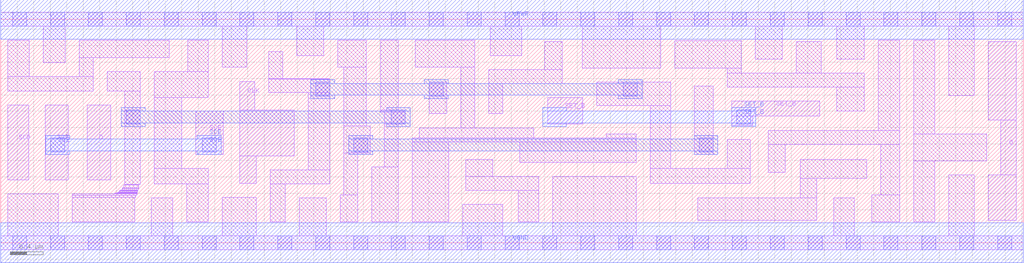
<source format=lef>
# Copyright 2020 The SkyWater PDK Authors
#
# Licensed under the Apache License, Version 2.0 (the "License");
# you may not use this file except in compliance with the License.
# You may obtain a copy of the License at
#
#     https://www.apache.org/licenses/LICENSE-2.0
#
# Unless required by applicable law or agreed to in writing, software
# distributed under the License is distributed on an "AS IS" BASIS,
# WITHOUT WARRANTIES OR CONDITIONS OF ANY KIND, either express or implied.
# See the License for the specific language governing permissions and
# limitations under the License.
#
# SPDX-License-Identifier: Apache-2.0

VERSION 5.7 ;
  NAMESCASESENSITIVE ON ;
  NOWIREEXTENSIONATPIN ON ;
  DIVIDERCHAR "/" ;
  BUSBITCHARS "[]" ;
UNITS
  DATABASE MICRONS 200 ;
END UNITS
MACRO sky130_fd_sc_hd__sdfstp_1
  CLASS CORE ;
  SOURCE USER ;
  FOREIGN sky130_fd_sc_hd__sdfstp_1 ;
  ORIGIN  0.000000  0.000000 ;
  SIZE  12.42000 BY  2.720000 ;
  SYMMETRY X Y R90 ;
  SITE unithd ;
  PIN D
    ANTENNAGATEAREA  0.159000 ;
    DIRECTION INPUT ;
    USE SIGNAL ;
    PORT
      LAYER li1 ;
        RECT 1.050000 0.765000 1.335000 1.675000 ;
    END
  END D
  PIN Q
    ANTENNADIFFAREA  0.429000 ;
    DIRECTION OUTPUT ;
    USE SIGNAL ;
    PORT
      LAYER li1 ;
        RECT 11.995000 0.275000 12.335000 0.825000 ;
        RECT 11.995000 1.495000 12.335000 2.450000 ;
        RECT 12.145000 0.825000 12.335000 1.495000 ;
    END
  END Q
  PIN SCD
    ANTENNAGATEAREA  0.159000 ;
    DIRECTION INPUT ;
    USE SIGNAL ;
    PORT
      LAYER li1 ;
        RECT 0.085000 0.765000 0.340000 1.675000 ;
    END
  END SCD
  PIN SCE
    ANTENNAGATEAREA  0.318000 ;
    DIRECTION INPUT ;
    USE SIGNAL ;
    PORT
      LAYER li1 ;
        RECT 0.540000 0.765000 0.820000 1.675000 ;
      LAYER mcon ;
        RECT 0.605000 1.105000 0.775000 1.275000 ;
    END
    PORT
      LAYER li1 ;
        RECT 2.370000 1.075000 2.700000 1.600000 ;
      LAYER mcon ;
        RECT 2.445000 1.105000 2.615000 1.275000 ;
    END
    PORT
      LAYER met1 ;
        RECT 0.545000 1.075000 0.835000 1.120000 ;
        RECT 0.545000 1.120000 2.675000 1.260000 ;
        RECT 0.545000 1.260000 0.835000 1.305000 ;
        RECT 2.385000 1.075000 2.675000 1.120000 ;
        RECT 2.385000 1.260000 2.675000 1.305000 ;
    END
  END SCE
  PIN SET_B
    ANTENNAGATEAREA  0.252000 ;
    DIRECTION INPUT ;
    USE SIGNAL ;
    PORT
      LAYER li1 ;
        RECT 6.640000 1.445000 7.065000 1.765000 ;
    END
    PORT
      LAYER li1 ;
        RECT 8.880000 1.425000 9.135000 1.545000 ;
        RECT 8.880000 1.545000 9.945000 1.725000 ;
      LAYER mcon ;
        RECT 8.940000 1.445000 9.110000 1.615000 ;
    END
    PORT
      LAYER met1 ;
        RECT 6.580000 1.415000 6.870000 1.460000 ;
        RECT 6.580000 1.460000 9.170000 1.600000 ;
        RECT 6.580000 1.600000 6.870000 1.645000 ;
        RECT 8.880000 1.415000 9.170000 1.460000 ;
        RECT 8.880000 1.600000 9.170000 1.645000 ;
    END
  END SET_B
  PIN CLK
    ANTENNAGATEAREA  0.159000 ;
    DIRECTION INPUT ;
    USE CLOCK ;
    PORT
      LAYER li1 ;
        RECT 2.905000 0.725000 3.100000 1.055000 ;
        RECT 2.905000 1.055000 3.565000 1.615000 ;
        RECT 2.905000 1.615000 3.085000 1.960000 ;
    END
  END CLK
  PIN VGND
    DIRECTION INOUT ;
    SHAPE ABUTMENT ;
    USE GROUND ;
    PORT
      LAYER met1 ;
        RECT 0.000000 -0.240000 12.420000 0.240000 ;
    END
  END VGND
  PIN VPWR
    DIRECTION INOUT ;
    SHAPE ABUTMENT ;
    USE POWER ;
    PORT
      LAYER met1 ;
        RECT 0.000000 2.480000 12.420000 2.960000 ;
    END
  END VPWR
  OBS
    LAYER li1 ;
      RECT  0.000000 -0.085000 12.420000 0.085000 ;
      RECT  0.000000  2.635000 12.420000 2.805000 ;
      RECT  0.085000  0.085000  0.700000 0.595000 ;
      RECT  0.085000  1.845000  1.125000 2.025000 ;
      RECT  0.085000  2.025000  0.345000 2.465000 ;
      RECT  0.515000  2.195000  0.785000 2.635000 ;
      RECT  0.870000  0.255000  1.625000 0.555000 ;
      RECT  0.870000  0.555000  1.640000 0.575000 ;
      RECT  0.870000  0.575000  1.650000 0.595000 ;
      RECT  0.955000  2.025000  1.125000 2.255000 ;
      RECT  0.955000  2.255000  2.045000 2.465000 ;
      RECT  1.295000  1.845000  1.695000 2.085000 ;
      RECT  1.380000  0.595000  1.660000 0.600000 ;
      RECT  1.395000  0.600000  1.660000 0.605000 ;
      RECT  1.405000  0.605000  1.660000 0.610000 ;
      RECT  1.420000  0.610000  1.660000 0.615000 ;
      RECT  1.430000  0.615000  1.660000 0.620000 ;
      RECT  1.440000  0.620000  1.665000 0.630000 ;
      RECT  1.445000  0.630000  1.665000 0.635000 ;
      RECT  1.460000  0.635000  1.665000 0.645000 ;
      RECT  1.475000  0.645000  1.670000 0.660000 ;
      RECT  1.475000  0.660000  1.675000 0.665000 ;
      RECT  1.495000  0.665000  1.675000 0.705000 ;
      RECT  1.505000  0.705000  1.675000 0.710000 ;
      RECT  1.505000  0.710000  1.695000 1.845000 ;
      RECT  1.825000  0.085000  2.090000 0.545000 ;
      RECT  1.865000  0.715000  2.520000 0.905000 ;
      RECT  1.865000  0.905000  2.200000 1.770000 ;
      RECT  1.865000  1.770000  2.520000 2.085000 ;
      RECT  2.260000  0.255000  2.520000 0.715000 ;
      RECT  2.270000  2.085000  2.520000 2.465000 ;
      RECT  2.690000  0.085000  3.100000 0.555000 ;
      RECT  2.690000  2.140000  2.985000 2.635000 ;
      RECT  3.255000  1.830000  3.995000 1.990000 ;
      RECT  3.255000  1.990000  3.985000 2.000000 ;
      RECT  3.255000  2.000000  3.425000 2.325000 ;
      RECT  3.270000  0.255000  3.455000 0.715000 ;
      RECT  3.270000  0.715000  3.995000 0.885000 ;
      RECT  3.595000  2.275000  3.925000 2.635000 ;
      RECT  3.625000  0.085000  3.955000 0.545000 ;
      RECT  3.735000  0.885000  3.995000 1.830000 ;
      RECT  4.095000  2.135000  4.440000 2.465000 ;
      RECT  4.125000  0.255000  4.335000 0.585000 ;
      RECT  4.165000  0.585000  4.335000 1.090000 ;
      RECT  4.165000  1.090000  4.490000 1.420000 ;
      RECT  4.165000  1.420000  4.440000 2.135000 ;
      RECT  4.505000  0.255000  4.830000 0.920000 ;
      RECT  4.615000  1.590000  4.915000 1.615000 ;
      RECT  4.615000  1.615000  4.830000 2.465000 ;
      RECT  4.660000  0.920000  4.830000 1.445000 ;
      RECT  4.660000  1.445000  4.915000 1.590000 ;
      RECT  5.000000  0.255000  5.440000 1.225000 ;
      RECT  5.000000  1.225000  7.715000 1.275000 ;
      RECT  5.035000  2.135000  5.755000 2.465000 ;
      RECT  5.085000  1.275000  6.475000 1.395000 ;
      RECT  5.205000  1.575000  5.415000 1.955000 ;
      RECT  5.585000  1.395000  5.755000 2.135000 ;
      RECT  5.610000  0.085000  6.095000 0.465000 ;
      RECT  5.645000  0.635000  6.535000 0.805000 ;
      RECT  5.645000  0.805000  5.975000 1.015000 ;
      RECT  5.925000  1.575000  6.095000 1.935000 ;
      RECT  5.925000  1.935000  6.820000 2.105000 ;
      RECT  5.945000  2.275000  6.330000 2.635000 ;
      RECT  6.285000  0.255000  6.535000 0.635000 ;
      RECT  6.305000  0.975000  7.715000 1.225000 ;
      RECT  6.605000  2.105000  6.820000 2.450000 ;
      RECT  6.705000  0.085000  7.715000 0.805000 ;
      RECT  7.060000  2.125000  8.015000 2.635000 ;
      RECT  7.235000  1.670000  8.135000 1.955000 ;
      RECT  7.355000  1.275000  7.715000 1.325000 ;
      RECT  7.885000  0.720000  9.105000 0.905000 ;
      RECT  7.885000  0.905000  8.135000 1.670000 ;
      RECT  8.185000  2.125000  8.990000 2.460000 ;
      RECT  8.425000  1.075000  8.650000 1.905000 ;
      RECT  8.465000  0.275000  9.910000 0.545000 ;
      RECT  8.820000  0.905000  9.105000 1.255000 ;
      RECT  8.820000  1.895000 10.485000 2.065000 ;
      RECT  8.820000  2.065000  8.990000 2.125000 ;
      RECT  9.160000  2.235000  9.490000 2.635000 ;
      RECT  9.320000  0.855000  9.530000 1.195000 ;
      RECT  9.320000  1.195000 10.915000 1.365000 ;
      RECT  9.660000  2.065000  9.965000 2.450000 ;
      RECT  9.710000  0.545000  9.910000 0.785000 ;
      RECT  9.710000  0.785000 10.515000 1.015000 ;
      RECT 10.115000  0.085000 10.365000 0.545000 ;
      RECT 10.155000  1.605000 10.485000 1.895000 ;
      RECT 10.155000  2.235000 10.485000 2.635000 ;
      RECT 10.575000  0.255000 10.915000 0.585000 ;
      RECT 10.655000  1.365000 10.915000 2.465000 ;
      RECT 10.685000  0.585000 10.915000 1.195000 ;
      RECT 11.085000  0.255000 11.345000 0.995000 ;
      RECT 11.085000  0.995000 11.975000 1.325000 ;
      RECT 11.085000  1.325000 11.345000 2.465000 ;
      RECT 11.515000  0.085000 11.825000 0.825000 ;
      RECT 11.515000  1.790000 11.825000 2.635000 ;
    LAYER mcon ;
      RECT  0.145000 -0.085000  0.315000 0.085000 ;
      RECT  0.145000  2.635000  0.315000 2.805000 ;
      RECT  0.605000 -0.085000  0.775000 0.085000 ;
      RECT  0.605000  2.635000  0.775000 2.805000 ;
      RECT  1.065000 -0.085000  1.235000 0.085000 ;
      RECT  1.065000  2.635000  1.235000 2.805000 ;
      RECT  1.525000 -0.085000  1.695000 0.085000 ;
      RECT  1.525000  1.445000  1.695000 1.615000 ;
      RECT  1.525000  2.635000  1.695000 2.805000 ;
      RECT  1.985000 -0.085000  2.155000 0.085000 ;
      RECT  1.985000  2.635000  2.155000 2.805000 ;
      RECT  2.445000 -0.085000  2.615000 0.085000 ;
      RECT  2.445000  2.635000  2.615000 2.805000 ;
      RECT  2.905000 -0.085000  3.075000 0.085000 ;
      RECT  2.905000  2.635000  3.075000 2.805000 ;
      RECT  3.365000 -0.085000  3.535000 0.085000 ;
      RECT  3.365000  2.635000  3.535000 2.805000 ;
      RECT  3.825000 -0.085000  3.995000 0.085000 ;
      RECT  3.825000  1.785000  3.995000 1.955000 ;
      RECT  3.825000  2.635000  3.995000 2.805000 ;
      RECT  4.285000 -0.085000  4.455000 0.085000 ;
      RECT  4.285000  1.105000  4.455000 1.275000 ;
      RECT  4.285000  2.635000  4.455000 2.805000 ;
      RECT  4.745000 -0.085000  4.915000 0.085000 ;
      RECT  4.745000  1.445000  4.915000 1.615000 ;
      RECT  4.745000  2.635000  4.915000 2.805000 ;
      RECT  5.205000 -0.085000  5.375000 0.085000 ;
      RECT  5.205000  1.785000  5.375000 1.955000 ;
      RECT  5.205000  2.635000  5.375000 2.805000 ;
      RECT  5.665000 -0.085000  5.835000 0.085000 ;
      RECT  5.665000  2.635000  5.835000 2.805000 ;
      RECT  6.125000 -0.085000  6.295000 0.085000 ;
      RECT  6.125000  2.635000  6.295000 2.805000 ;
      RECT  6.585000 -0.085000  6.755000 0.085000 ;
      RECT  6.585000  2.635000  6.755000 2.805000 ;
      RECT  7.045000 -0.085000  7.215000 0.085000 ;
      RECT  7.045000  2.635000  7.215000 2.805000 ;
      RECT  7.505000 -0.085000  7.675000 0.085000 ;
      RECT  7.505000  2.635000  7.675000 2.805000 ;
      RECT  7.560000  1.785000  7.730000 1.955000 ;
      RECT  7.965000 -0.085000  8.135000 0.085000 ;
      RECT  7.965000  2.635000  8.135000 2.805000 ;
      RECT  8.425000 -0.085000  8.595000 0.085000 ;
      RECT  8.425000  2.635000  8.595000 2.805000 ;
      RECT  8.480000  1.105000  8.650000 1.275000 ;
      RECT  8.885000 -0.085000  9.055000 0.085000 ;
      RECT  8.885000  2.635000  9.055000 2.805000 ;
      RECT  9.345000 -0.085000  9.515000 0.085000 ;
      RECT  9.345000  2.635000  9.515000 2.805000 ;
      RECT  9.805000 -0.085000  9.975000 0.085000 ;
      RECT  9.805000  2.635000  9.975000 2.805000 ;
      RECT 10.265000 -0.085000 10.435000 0.085000 ;
      RECT 10.265000  2.635000 10.435000 2.805000 ;
      RECT 10.725000 -0.085000 10.895000 0.085000 ;
      RECT 10.725000  2.635000 10.895000 2.805000 ;
      RECT 11.185000 -0.085000 11.355000 0.085000 ;
      RECT 11.185000  2.635000 11.355000 2.805000 ;
      RECT 11.645000 -0.085000 11.815000 0.085000 ;
      RECT 11.645000  2.635000 11.815000 2.805000 ;
      RECT 12.105000 -0.085000 12.275000 0.085000 ;
      RECT 12.105000  2.635000 12.275000 2.805000 ;
    LAYER met1 ;
      RECT 1.465000 1.415000 1.755000 1.460000 ;
      RECT 1.465000 1.460000 4.975000 1.600000 ;
      RECT 1.465000 1.600000 1.755000 1.645000 ;
      RECT 3.765000 1.755000 4.055000 1.800000 ;
      RECT 3.765000 1.800000 7.790000 1.940000 ;
      RECT 3.765000 1.940000 4.055000 1.985000 ;
      RECT 4.225000 1.075000 4.515000 1.120000 ;
      RECT 4.225000 1.120000 8.710000 1.260000 ;
      RECT 4.225000 1.260000 4.515000 1.305000 ;
      RECT 4.685000 1.415000 4.975000 1.460000 ;
      RECT 4.685000 1.600000 4.975000 1.645000 ;
      RECT 5.145000 1.755000 5.435000 1.800000 ;
      RECT 5.145000 1.940000 5.435000 1.985000 ;
      RECT 7.500000 1.755000 7.790000 1.800000 ;
      RECT 7.500000 1.940000 7.790000 1.985000 ;
      RECT 8.420000 1.075000 8.710000 1.120000 ;
      RECT 8.420000 1.260000 8.710000 1.305000 ;
  END
END sky130_fd_sc_hd__sdfstp_1

</source>
